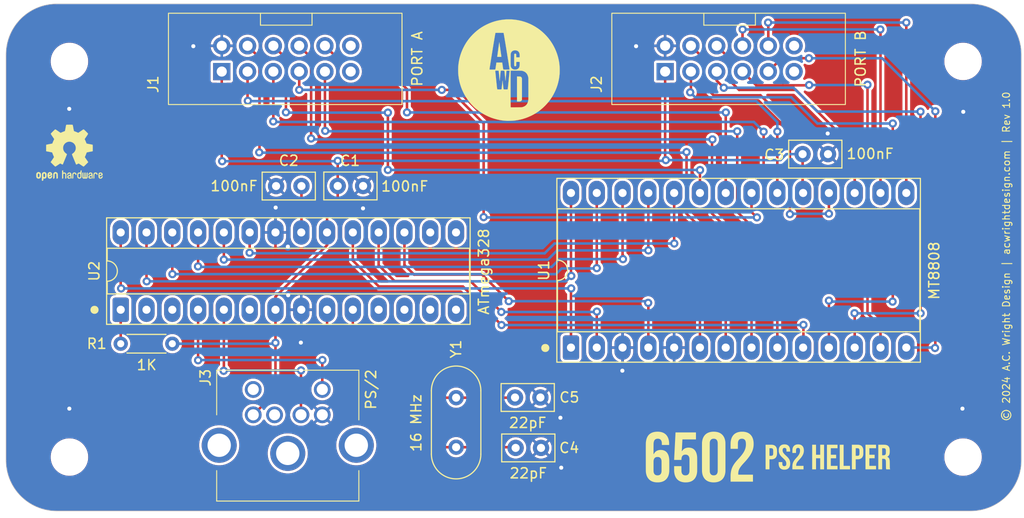
<source format=kicad_pcb>
(kicad_pcb (version 20241229) (generator "pcbnew") (generator_version "9.0")
  (title_block (title "6502 PS2 Helper") (date "2025-09-24") (rev "1.0") (company "A.C. Wright Design"))
  (layers (0 "F.Cu" signal "Top") (2 "B.Cu" signal "Bottom") (13 "F.Paste" user) (15 "B.Paste" user) (5 "F.SilkS" user "F.Silkscreen") (7 "B.SilkS" user "B.Silkscreen") (1 "F.Mask" user) (3 "B.Mask" user) (25 "Edge.Cuts" user))
  (net 0 "")
  (net 1 "GND")
  (net 2 "VCC")
  (net 3 "PB7")
  (net 4 "PB6")
  (net 5 "PB5")
  (net 6 "PB4")
  (net 7 "PB3")
  (net 8 "PB2")
  (net 9 "PB1")
  (net 10 "PB0")
  (net 11 "PA5")
  (net 13 "PA7")
  (net 14 "PA6")
  (net 15 "PA1")
  (net 16 "PA3")
  (net 18 "PA4")
  (net 19 "PA0")
  (net 20 "PA2")
  (net 23 "XTAL1")
  (net 24 "XTAL2")
  (net 26 "PS2DATA")
  (net 27 "PS2CLK")
  (net 29 "STROBE")
  (net 30 "AX0")
  (net 31 "DATA")
  (net 32 "AY1")
  (net 33 "AY0")
  (net 34 "RESET")
  (net 35 "AY2")
  (net 36 "AX2")
  (net 37 "AX1")
  (net 38 "Net-(U2-AREF)")
  (net 39 "Net-(U2-~{RESET}{slash}PC6)")
  (footprint "Symbol:OSHW-Logo2_7.3x6mm_SilkScreen" (layer "F.Cu") (at 71.3011 97.8136)
    (property "Reference" "REF**" (hide yes))
    (property "Value" "OSHW-Logo2_7.3x6mm_SilkScreen" (hide yes))
  )
  (footprint "6502 Parts:KMDGX-6S-BS" (layer "F.Cu") (at 94.1 123.65 180)
    (property "Reference" "J3" (at 9.4 3.66 90) (layer "F.SilkS"))
    (property "Value" "PS/2" (at -6.9 2.5 90) (layer "F.SilkS"))
    (pad "1" thru_hole circle (at 0 0 180) (size 1.65 1.65) (drill 1.1) (layers "*.Cu" "*.Mask") (net 26 "PS2DATA"))
    (pad "2" thru_hole circle (at 2.6 0 180) (size 1.65 1.65) (drill 1.1) (layers "*.Cu" "*.Mask"))
    (pad "3" thru_hole circle (at -2.1 0 180) (size 1.65 1.65) (drill 1.1) (layers "*.Cu" "*.Mask") (net 1 "GND"))
    (pad "4" thru_hole circle (at 4.7 0 180) (size 1.65 1.65) (drill 1.1) (layers "*.Cu" "*.Mask") (net 2 "VCC"))
    (pad "5" thru_hole circle (at -2.1 2.5 180) (size 1.65 1.65) (drill 1.1) (layers "*.Cu" "*.Mask") (net 27 "PS2CLK"))
    (pad "6" thru_hole circle (at 4.7 2.5 180) (size 1.65 1.65) (drill 1.1) (layers "*.Cu" "*.Mask"))
    (pad "MH1" thru_hole circle (at -5.45 -3 180) (size 3.45 3.45) (drill 2.3) (layers "*.Cu" "*.Mask"))
    (pad "MH2" thru_hole circle (at 1.3 -3.8 180) (size 3.45 3.45) (drill 2.3) (layers "*.Cu" "*.Mask"))
    (pad "MH3" thru_hole circle (at 8.05 -3 180) (size 3.45 3.45) (drill 2.3) (layers "*.Cu" "*.Mask"))
  )
  (footprint "Capacitor_THT:C_Disc_D5.0mm_W2.5mm_P2.50mm" (layer "F.Cu") (at 115.24 126.91)
    (property "Reference" "C4" (at 5.27 0 0) (layer "F.SilkS"))
    (property "Value" "22pF" (at 1.25 2.5 0) (layer "F.SilkS"))
    (pad "1" thru_hole circle (at 0 0) (size 1.6 1.6) (drill 0.8) (layers "*.Cu" "*.Mask") (net 23 "XTAL1"))
    (pad "2" thru_hole circle (at 2.5 0) (size 1.6 1.6) (drill 0.8) (layers "*.Cu" "*.Mask") (net 1 "GND"))
  )
  (footprint "Capacitor_THT:C_Disc_D5.0mm_W2.5mm_P2.50mm" (layer "F.Cu") (at 100.22 101.09 180)
    (property "Reference" "C1" (at 1.28 2.48 0) (layer "F.SilkS"))
    (property "Value" "100nF" (at -4.1 -0.04 0) (layer "F.SilkS"))
    (pad "1" thru_hole circle (at 0 0 180) (size 1.6 1.6) (drill 0.8) (layers "*.Cu" "*.Mask") (net 1 "GND"))
    (pad "2" thru_hole circle (at 2.5 0 180) (size 1.6 1.6) (drill 0.8) (layers "*.Cu" "*.Mask") (net 2 "VCC"))
  )
  (footprint "A.C. Wright Logo:A.C. Wright Logo 10mm" (layer "F.Cu") (at 114.58 89.67)
    (property "Reference" "G***" (hide yes))
    (property "Value" "LOGO" (hide yes))
  )
  (footprint "MountingHole:MountingHole_3.2mm_M3" (layer "F.Cu") (at 159.3011 88.8136)
    (property "Reference" "H2" (hide yes))
    (property "Value" "MountingHole" (hide yes))
    (pad "" np_thru_hole circle (at 0 0) (size 3.2 3.2) (drill 3.2) (layers "*.Cu" "*.Mask"))
  )
  (footprint "Package_DIP:DIP-28_W7.62mm_Socket_LongPads" (layer "F.Cu") (at 76.35 113.29 90)
    (property "Reference" "U2" (at 3.81 -2.6 90) (layer "F.SilkS"))
    (property "Value" "ATmega328" (at 3.76 35.76 90) (layer "F.SilkS"))
    (pad "1" thru_hole roundrect (at 0 0 90) (size 2.4 1.6) (drill 0.8) (layers "*.Cu" "*.Mask") (roundrect_rratio 0.15625) (net 39 "Net-(U2-~{RESET}{slash}PC6)"))
    (pad "2" thru_hole oval (at 0 2.54 90) (size 2.4 1.6) (drill 0.8) (layers "*.Cu" "*.Mask"))
    (pad "3" thru_hole oval (at 0 5.08 90) (size 2.4 1.6) (drill 0.8) (layers "*.Cu" "*.Mask"))
    (pad "4" thru_hole oval (at 0 7.62 90) (size 2.4 1.6) (drill 0.8) (layers "*.Cu" "*.Mask") (net 27 "PS2CLK"))
    (pad "5" thru_hole oval (at 0 10.16 90) (size 2.4 1.6) (drill 0.8) (layers "*.Cu" "*.Mask") (net 26 "PS2DATA"))
    (pad "6" thru_hole oval (at 0 12.7 90) (size 2.4 1.6) (drill 0.8) (layers "*.Cu" "*.Mask"))
    (pad "7" thru_hole oval (at 0 15.24 90) (size 2.4 1.6) (drill 0.8) (layers "*.Cu" "*.Mask") (net 2 "VCC"))
    (pad "8" thru_hole oval (at 0 17.78 90) (size 2.4 1.6) (drill 0.8) (layers "*.Cu" "*.Mask") (net 1 "GND"))
    (pad "9" thru_hole oval (at 0 20.32 90) (size 2.4 1.6) (drill 0.8) (layers "*.Cu" "*.Mask") (net 23 "XTAL1"))
    (pad "10" thru_hole oval (at 0 22.86 90) (size 2.4 1.6) (drill 0.8) (layers "*.Cu" "*.Mask") (net 24 "XTAL2"))
    (pad "11" thru_hole oval (at 0 25.4 90) (size 2.4 1.6) (drill 0.8) (layers "*.Cu" "*.Mask"))
    (pad "12" thru_hole oval (at 0 27.94 90) (size 2.4 1.6) (drill 0.8) (layers "*.Cu" "*.Mask"))
    (pad "13" thru_hole oval (at 0 30.48 90) (size 2.4 1.6) (drill 0.8) (layers "*.Cu" "*.Mask"))
    (pad "14" thru_hole oval (at 0 33.02 90) (size 2.4 1.6) (drill 0.8) (layers "*.Cu" "*.Mask"))
    (pad "15" thru_hole oval (at 7.62 33.02 90) (size 2.4 1.6) (drill 0.8) (layers "*.Cu" "*.Mask"))
    (pad "16" thru_hole oval (at 7.62 30.48 90) (size 2.4 1.6) (drill 0.8) (layers "*.Cu" "*.Mask"))
    (pad "17" thru_hole oval (at 7.62 27.94 90) (size 2.4 1.6) (drill 0.8) (layers "*.Cu" "*.Mask") (net 31 "DATA"))
    (pad "18" thru_hole oval (at 7.62 25.4 90) (size 2.4 1.6) (drill 0.8) (layers "*.Cu" "*.Mask") (net 29 "STROBE"))
    (pad "19" thru_hole oval (at 7.62 22.86 90) (size 2.4 1.6) (drill 0.8) (layers "*.Cu" "*.Mask") (net 34 "RESET"))
    (pad "20" thru_hole oval (at 7.62 20.32 90) (size 2.4 1.6) (drill 0.8) (layers "*.Cu" "*.Mask") (net 2 "VCC"))
    (pad "21" thru_hole oval (at 7.62 17.78 90) (size 2.4 1.6) (drill 0.8) (layers "*.Cu" "*.Mask") (net 38 "Net-(U2-AREF)"))
    (pad "22" thru_hole oval (at 7.62 15.24 90) (size 2.4 1.6) (drill 0.8) (layers "*.Cu" "*.Mask") (net 1 "GND"))
    (pad "23" thru_hole oval (at 7.62 12.7 90) (size 2.4 1.6) (drill 0.8) (layers "*.Cu" "*.Mask") (net 30 "AX0"))
    (pad "24" thru_hole oval (at 7.62 10.16 90) (size 2.4 1.6) (drill 0.8) (layers "*.Cu" "*.Mask") (net 37 "AX1"))
    (pad "25" thru_hole oval (at 7.62 7.62 90) (size 2.4 1.6) (drill 0.8) (layers "*.Cu" "*.Mask") (net 36 "AX2"))
    (pad "26" thru_hole oval (at 7.62 5.08 90) (size 2.4 1.6) (drill 0.8) (layers "*.Cu" "*.Mask") (net 33 "AY0"))
    (pad "27" thru_hole oval (at 7.62 2.54 90) (size 2.4 1.6) (drill 0.8) (layers "*.Cu" "*.Mask") (net 32 "AY1"))
    (pad "28" thru_hole oval (at 7.62 0 90) (size 2.4 1.6) (drill 0.8) (layers "*.Cu" "*.Mask") (net 35 "AY2"))
  )
  (footprint "6502 Parts:6502 GPIO Connector" (layer "F.Cu") (at 86.3011 89.8136 90)
    (property "Reference" "J1" (at -1.25 -6.75 90) (layer "F.SilkS"))
    (property "Value" "PORT A" (at 1.25 19.25 90) (layer "F.SilkS"))
    (pad "1" thru_hole rect (at 0 0 90) (size 1.7 1.7) (drill 1) (layers "*.Cu" "*.Mask") (net 2 "VCC"))
    (pad "2" thru_hole oval (at 2.54 0 90) (size 1.7 1.7) (drill 1) (layers "*.Cu" "*.Mask") (net 1 "GND"))
    (pad "3" thru_hole oval (at 0 2.54 90) (size 1.7 1.7) (drill 1) (layers "*.Cu" "*.Mask") (net 13 "PA7"))
    (pad "4" thru_hole oval (at 2.54 2.54 90) (size 1.7 1.7) (drill 1) (layers "*.Cu" "*.Mask") (net 19 "PA0"))
    (pad "5" thru_hole oval (at 0 5.08 90) (size 1.7 1.7) (drill 1) (layers "*.Cu" "*.Mask") (net 14 "PA6"))
    (pad "6" thru_hole oval (at 2.54 5.08 90) (size 1.7 1.7) (drill 1) (layers "*.Cu" "*.Mask") (net 15 "PA1"))
    (pad "7" thru_hole oval (at 0 7.62 90) (size 1.7 1.7) (drill 1) (layers "*.Cu" "*.Mask") (net 11 "PA5"))
    (pad "8" thru_hole oval (at 2.54 7.62 90) (size 1.7 1.7) (drill 1) (layers "*.Cu" "*.Mask") (net 20 "PA2"))
    (pad "9" thru_hole oval (at 0 10.16 90) (size 1.7 1.7) (drill 1) (layers "*.Cu" "*.Mask") (net 18 "PA4"))
    (pad "10" thru_hole oval (at 2.54 10.16 90) (size 1.7 1.7) (drill 1) (layers "*.Cu" "*.Mask") (net 16 "PA3"))
    (pad "11" thru_hole oval (at 0 12.7 90) (size 1.7 1.7) (drill 1) (layers "*.Cu" "*.Mask"))
    (pad "12" thru_hole oval (at 2.54 12.7 90) (size 1.7 1.7) (drill 1) (layers "*.Cu" "*.Mask"))
  )
  (footprint "6502 Logos:6502 PS2 Helper 5mm" (layer "F.Cu") (at 148.04315 127.809736)
    (property "Reference" "G***" (hide yes))
    (property "Value" "LOGO" (hide yes))
  )
  (footprint "MountingHole:MountingHole_3.2mm_M3" (layer "F.Cu") (at 159.3011 127.8136)
    (property "Reference" "H4" (hide yes))
    (property "Value" "MountingHole" (hide yes))
    (pad "" np_thru_hole circle (at 0 0) (size 3.2 3.2) (drill 3.2) (layers "*.Cu" "*.Mask"))
  )
  (footprint "6502 Parts:6502 GPIO Connector" (layer "F.Cu") (at 129.9611 89.8136 90)
    (property "Reference" "J2" (at -1.25 -6.75 90) (layer "F.SilkS"))
    (property "Value" "PORT B" (at 1.25 19.25 90) (layer "F.SilkS"))
    (pad "1" thru_hole rect (at 0 0 90) (size 1.7 1.7) (drill 1) (layers "*.Cu" "*.Mask") (net 2 "VCC"))
    (pad "2" thru_hole oval (at 2.54 0 90) (size 1.7 1.7) (drill 1) (layers "*.Cu" "*.Mask") (net 1 "GND"))
    (pad "3" thru_hole oval (at 0 2.54 90) (size 1.7 1.7) (drill 1) (layers "*.Cu" "*.Mask") (net 3 "PB7"))
    (pad "4" thru_hole oval (at 2.54 2.54 90) (size 1.7 1.7) (drill 1) (layers "*.Cu" "*.Mask") (net 10 "PB0"))
    (pad "5" thru_hole oval (at 0 5.08 90) (size 1.7 1.7) (drill 1) (layers "*.Cu" "*.Mask") (net 4 "PB6"))
    (pad "6" thru_hole oval (at 2.54 5.08 90) (size 1.7 1.7) (drill 1) (layers "*.Cu" "*.Mask") (net 9 "PB1"))
    (pad "7" thru_hole oval (at 0 7.62 90) (size 1.7 1.7) (drill 1) (layers "*.Cu" "*.Mask") (net 5 "PB5"))
    (pad "8" thru_hole oval (at 2.54 7.62 90) (size 1.7 1.7) (drill 1) (layers "*.Cu" "*.Mask") (net 8 "PB2"))
    (pad "9" thru_hole oval (at 0 10.16 90) (size 1.7 1.7) (drill 1) (layers "*.Cu" "*.Mask") (net 6 "PB4"))
    (pad "10" thru_hole oval (at 2.54 10.16 90) (size 1.7 1.7) (drill 1) (layers "*.Cu" "*.Mask") (net 7 "PB3"))
    (pad "11" thru_hole oval (at 0 12.7 90) (size 1.7 1.7) (drill 1) (layers "*.Cu" "*.Mask"))
    (pad "12" thru_hole oval (at 2.54 12.7 90) (size 1.7 1.7) (drill 1) (layers "*.Cu" "*.Mask"))
  )
  (footprint "MountingHole:MountingHole_3.2mm_M3" (layer "F.Cu") (at 71.3011 88.8136)
    (property "Reference" "H1" (hide yes))
    (property "Value" "MountingHole" (hide yes))
    (pad "" np_thru_hole circle (at 0 0) (size 3.2 3.2) (drill 3.2) (layers "*.Cu" "*.Mask"))
  )
  (footprint "Resistor_THT:R_Axial_DIN0204_L3.6mm_D1.6mm_P5.08mm_Horizontal" (layer "F.Cu") (at 76.35 116.64)
    (property "Reference" "R1" (at -2.36 0 0) (layer "F.SilkS"))
    (property "Value" "1K" (at 2.56 2.1 0) (layer "F.SilkS"))
    (pad "1" thru_hole circle (at 0 0) (size 1.4 1.4) (drill 0.7) (layers "*.Cu" "*.Mask") (net 39 "Net-(U2-~{RESET}{slash}PC6)"))
    (pad "2" thru_hole circle (at 5.08 0) (size 1.4 1.4) (drill 0.7) (layers "*.Cu" "*.Mask") (net 2 "VCC"))
  )
  (footprint "Capacitor_THT:C_Disc_D5.0mm_W2.5mm_P2.50mm" (layer "F.Cu") (at 143.5 97.95)
    (property "Reference" "C3" (at -2.79 0.06 0) (layer "F.SilkS"))
    (property "Value" "100nF" (at 6.65 -0.03 0) (layer "F.SilkS"))
    (pad "1" thru_hole circle (at 0 0) (size 1.6 1.6) (drill 0.8) (layers "*.Cu" "*.Mask") (net 2 "VCC"))
    (pad "2" thru_hole circle (at 2.5 0) (size 1.6 1.6) (drill 0.8) (layers "*.Cu" "*.Mask") (net 1 "GND"))
  )
  (footprint "Capacitor_THT:C_Disc_D5.0mm_W2.5mm_P2.50mm" (layer "F.Cu") (at 115.18 121.94)
    (property "Reference" "C5" (at 5.35 -0.01 0) (layer "F.SilkS"))
    (property "Value" "22pF" (at 1.25 2.5 0) (layer "F.SilkS"))
    (pad "1" thru_hole circle (at 0 0) (size 1.6 1.6) (drill 0.8) (layers "*.Cu" "*.Mask") (net 24 "XTAL2"))
    (pad "2" thru_hole circle (at 2.5 0) (size 1.6 1.6) (drill 0.8) (layers "*.Cu" "*.Mask") (net 1 "GND"))
  )
  (footprint "Capacitor_THT:C_Disc_D5.0mm_W2.5mm_P2.50mm" (layer "F.Cu") (at 91.65 101.1)
    (property "Reference" "C2" (at 1.25 -2.5 0) (layer "F.SilkS"))
    (property "Value" "100nF" (at -4.14 0 0) (layer "F.SilkS"))
    (pad "1" thru_hole circle (at 0 0) (size 1.6 1.6) (drill 0.8) (layers "*.Cu" "*.Mask") (net 1 "GND"))
    (pad "2" thru_hole circle (at 2.5 0) (size 1.6 1.6) (drill 0.8) (layers "*.Cu" "*.Mask") (net 38 "Net-(U2-AREF)"))
  )
  (footprint "Package_DIP:DIP-28_W15.24mm_Socket_LongPads" (layer "F.Cu") (at 120.69 117.02 90)
    (property "Reference" "U1" (at 7.6 -2.66 90) (layer "F.SilkS"))
    (property "Value" "MT8808" (at 7.58 35.77 90) (layer "F.SilkS"))
    (pad "1" thru_hole roundrect (at 0 0 90) (size 2.4 1.6) (drill 0.8) (layers "*.Cu" "*.Mask") (roundrect_rratio 0.15625) (net 35 "AY2"))
    (pad "2" thru_hole oval (at 0 2.54 90) (size 2.4 1.6) (drill 0.8) (layers "*.Cu" "*.Mask") (net 29 "STROBE"))
    (pad "3" thru_hole oval (at 0 5.08 90) (size 2.4 1.6) (drill 0.8) (layers "*.Cu" "*.Mask") (net 1 "GND"))
    (pad "4" thru_hole oval (at 0 7.62 90) (size 2.4 1.6) (drill 0.8) (layers "*.Cu" "*.Mask") (net 31 "DATA"))
    (pad "5" thru_hole oval (at 0 10.16 90) (size 2.4 1.6) (drill 0.8) (layers "*.Cu" "*.Mask") (net 1 "GND"))
    (pad "6" thru_hole oval (at 0 12.7 90) (size 2.4 1.6) (drill 0.8) (layers "*.Cu" "*.Mask") (net 19 "PA0"))
    (pad "7" thru_hole oval (at 0 15.24 90) (size 2.4 1.6) (drill 0.8) (layers "*.Cu" "*.Mask") (net 20 "PA2"))
    (pad "8" thru_hole oval (at 0 17.78 90) (size 2.4 1.6) (drill 0.8) (layers "*.Cu" "*.Mask") (net 18 "PA4"))
    (pad "9" thru_hole oval (at 0 20.32 90) (size 2.4 1.6) (drill 0.8) (layers "*.Cu" "*.Mask") (net 14 "PA6"))
    (pad "10" thru_hole oval (at 0 22.86 90) (size 2.4 1.6) (drill 0.8) (layers "*.Cu" "*.Mask") (net 34 "RESET"))
    (pad "11" thru_hole oval (at 0 25.4 90) (size 2.4 1.6) (drill 0.8) (layers "*.Cu" "*.Mask") (net 3 "PB7"))
    (pad "12" thru_hole oval (at 0 27.94 90) (size 2.4 1.6) (drill 0.8) (layers "*.Cu" "*.Mask") (net 4 "PB6"))
    (pad "13" thru_hole oval (at 0 30.48 90) (size 2.4 1.6) (drill 0.8) (layers "*.Cu" "*.Mask") (net 5 "PB5"))
    (pad "14" thru_hole oval (at 0 33.02 90) (size 2.4 1.6) (drill 0.8) (layers "*.Cu" "*.Mask") (net 6 "PB4"))
    (pad "15" thru_hole oval (at 15.24 33.02 90) (size 2.4 1.6) (drill 0.8) (layers "*.Cu" "*.Mask") (net 7 "PB3"))
    (pad "16" thru_hole oval (at 15.24 30.48 90) (size 2.4 1.6) (drill 0.8) (layers "*.Cu" "*.Mask") (net 8 "PB2"))
    (pad "17" thru_hole oval (at 15.24 27.94 90) (size 2.4 1.6) (drill 0.8) (layers "*.Cu" "*.Mask") (net 9 "PB1"))
    (pad "18" thru_hole oval (at 15.24 25.4 90) (size 2.4 1.6) (drill 0.8) (layers "*.Cu" "*.Mask") (net 10 "PB0"))
    (pad "19" thru_hole oval (at 15.24 22.86 90) (size 2.4 1.6) (drill 0.8) (layers "*.Cu" "*.Mask") (net 2 "VCC"))
    (pad "20" thru_hole oval (at 15.24 20.32 90) (size 2.4 1.6) (drill 0.8) (layers "*.Cu" "*.Mask") (net 13 "PA7"))
    (pad "21" thru_hole oval (at 15.24 17.78 90) (size 2.4 1.6) (drill 0.8) (layers "*.Cu" "*.Mask") (net 11 "PA5"))
    (pad "22" thru_hole oval (at 15.24 15.24 90) (size 2.4 1.6) (drill 0.8) (layers "*.Cu" "*.Mask") (net 16 "PA3"))
    (pad "23" thru_hole oval (at 15.24 12.7 90) (size 2.4 1.6) (drill 0.8) (layers "*.Cu" "*.Mask") (net 15 "PA1"))
    (pad "24" thru_hole oval (at 15.24 10.16 90) (size 2.4 1.6) (drill 0.8) (layers "*.Cu" "*.Mask") (net 30 "AX0"))
    (pad "25" thru_hole oval (at 15.24 7.62 90) (size 2.4 1.6) (drill 0.8) (layers "*.Cu" "*.Mask") (net 37 "AX1"))
    (pad "26" thru_hole oval (at 15.24 5.08 90) (size 2.4 1.6) (drill 0.8) (layers "*.Cu" "*.Mask") (net 36 "AX2"))
    (pad "27" thru_hole oval (at 15.24 2.54 90) (size 2.4 1.6) (drill 0.8) (layers "*.Cu" "*.Mask") (net 33 "AY0"))
    (pad "28" thru_hole oval (at 15.24 0 90) (size 2.4 1.6) (drill 0.8) (layers "*.Cu" "*.Mask") (net 32 "AY1"))
  )
  (footprint "MountingHole:MountingHole_3.2mm_M3" (layer "F.Cu") (at 71.3011 127.8136)
    (property "Reference" "H3" (hide yes))
    (property "Value" "MountingHole" (hide yes))
    (pad "" np_thru_hole circle (at 0 0) (size 3.2 3.2) (drill 3.2) (layers "*.Cu" "*.Mask"))
  )
  (footprint "Crystal:Crystal_HC49-U_Vertical" (layer "F.Cu") (at 109.38 121.96 -90)
    (property "Reference" "Y1" (at -4.8 0.01 90) (layer "F.SilkS"))
    (property "Value" "16 MHz" (at 2.5 3.93 90) (layer "F.SilkS"))
    (pad "1" thru_hole circle (at 0 0 270) (size 1.5 1.5) (drill 0.8) (layers "*.Cu" "*.Mask") (net 24 "XTAL2"))
    (pad "2" thru_hole circle (at 4.88 0 270) (size 1.5 1.5) (drill 0.8) (layers "*.Cu" "*.Mask") (net 23 "XTAL1"))
  )
  (gr_circle (center 118.16 117.06) (end 118.36 117.06) (stroke (width 0.4)) (fill no) (layer "F.SilkS"))
  (gr_circle (center 73.77 113.3) (end 73.97 113.3) (stroke (width 0.4)) (fill no) (layer "F.SilkS"))
  (gr_line (start 132.8472 133.1342) (end 160.0472 133.1342) (stroke (width 0.05)) (layer "Edge.Cuts"))
  (gr_arc (start 70.0472 133.1342) (mid 66.511666 131.669734) (end 65.0472 128.1342) (stroke (width 0.05)) (layer "Edge.Cuts"))
  (gr_line (start 165.0472 128.1342) (end 165.0472 88.1342) (stroke (width 0.05)) (layer "Edge.Cuts"))
  (gr_line (start 70.0472 133.1342) (end 132.8472 133.1342) (stroke (width 0.05)) (layer "Edge.Cuts"))
  (gr_line (start 65.0472 88.1342) (end 65.0472 128.1342) (stroke (width 0.05)) (layer "Edge.Cuts"))
  (gr_arc (start 65.0472 88.1342) (mid 66.511666 84.598666) (end 70.0472 83.1342) (stroke (width 0.05)) (layer "Edge.Cuts"))
  (gr_line (start 160.0472 83.1342) (end 70.0472 83.1342) (stroke (width 0.05)) (layer "Edge.Cuts"))
  (gr_arc (start 160.0472 83.1342) (mid 163.582734 84.598666) (end 165.0472 88.1342) (stroke (width 0.05)) (layer "Edge.Cuts"))
  (gr_arc (start 165.0472 128.1342) (mid 163.582734 131.669734) (end 160.0472 133.1342) (stroke (width 0.05)) (layer "Edge.Cuts"))
  (gr_text "© 2024 A.C. Wright Design | acwrightdesign.com | Rev 1.0" (at 163.56 108.04 90) (layer "F.SilkS") (effects (font (size 0.7 0.7) (thickness 0.1))))
  (via (at 119.73 128.86) (size 0.8) (drill 0.4) (layers "F.Cu" "B.Cu") (net 1))
  (via (at 71.29 123.04) (size 0.8) (drill 0.4) (layers "F.Cu" "B.Cu") (net 1))
  (via (at 92.84 111.86) (size 0.8) (drill 0.4) (layers "F.Cu" "B.Cu") (net 1))
  (via (at 92.81 107.07) (size 0.8) (drill 0.4) (layers "F.Cu" "B.Cu") (net 1))
  (via (at 71.28 93.49) (size 0.8) (drill 0.4) (layers "F.Cu" "B.Cu") (net 1))
  (via (at 94.09 116.53) (size 0.8) (drill 0.4) (layers "F.Cu" "B.Cu") (net 1))
  (via (at 100.21 103.3) (size 0.8) (drill 0.4) (layers "F.Cu" "B.Cu") (net 1))
  (via (at 127.1011 87.3136) (size 0.8) (drill 0.4) (layers "F.Cu" "B.Cu") (net 1))
  (via (at 91.61 103.22) (size 0.8) (drill 0.4) (layers "F.Cu" "B.Cu") (net 1))
  (via (at 83.5011 87.3136) (size 0.8) (drill 0.4) (layers "F.Cu" "B.Cu") (net 1))
  (via (at 125.75 119.3) (size 0.8) (drill 0.4) (layers "F.Cu" "B.Cu") (net 1))
  (via (at 159.32 93.78) (size 0.8) (drill 0.4) (layers "F.Cu" "B.Cu") (net 1))
  (via (at 119.65 123.94) (size 0.8) (drill 0.4) (layers "F.Cu" "B.Cu") (net 1))
  (via (at 145.97 95.92) (size 0.8) (drill 0.4) (layers "F.Cu" "B.Cu") (net 1))
  (via (at 159.24 123.04) (size 0.8) (drill 0.4) (layers "F.Cu" "B.Cu") (net 1))
  (segment (start 97.72 102.97) (end 97.72 101.09) (width 0.25) (layer "F.Cu") (net 2))
  (segment (start 143.5 101.73) (end 143.55 101.78) (width 0.25) (layer "F.Cu") (net 2))
  (segment (start 86.3011 89.8136) (end 86.3011 98.6111) (width 0.25) (layer "F.Cu") (net 2))
  (segment (start 130.03 98.54) (end 129.9611 98.4711) (width 0.25) (layer "F.Cu") (net 2))
  (segment (start 91.59 121.46) (end 91.59 116.55) (width 0.25) (layer "F.Cu") (net 2))
  (segment (start 97.72 98.61) (end 97.72 101.09) (width 0.25) (layer "F.Cu") (net 2))
  (segment (start 91.59 112.01) (end 96.67 106.93) (width 0.25) (layer "F.Cu") (net 2))
  (segment (start 91.59 113.29) (end 91.59 112.01) (width 0.25) (layer "F.Cu") (net 2))
  (segment (start 96.67 105.67) (end 96.67 104.02) (width 0.25) (layer "F.Cu") (net 2))
  (segment (start 96.67 106.93) (end 96.67 105.67) (width 0.25) (layer "F.Cu") (net 2))
  (segment (start 89.4 123.65) (end 91.59 121.46) (width 0.25) (layer "F.Cu") (net 2))
  (segment (start 91.59 116.55) (end 91.59 113.29) (width 0.25) (layer "F.Cu") (net 2))
  (segment (start 143.5 97.95) (end 143.5 101.73) (width 0.25) (layer "F.Cu") (net 2))
  (segment (start 129.9611 98.4711) (end 129.9611 89.8136) (width 0.25) (layer "F.Cu") (net 2))
  (segment (start 86.3011 98.6111) (end 86.34 98.65) (width 0.25) (layer "F.Cu") (net 2))
  (segment (start 96.67 104.02) (end 97.72 102.97) (width 0.25) (layer "F.Cu") (net 2))
  (via (at 130.03 98.54) (size 0.8) (drill 0.4) (layers "F.Cu" "B.Cu") (net 2))
  (via (at 97.72 98.61) (size 0.8) (drill 0.4) (layers "F.Cu" "B.Cu") (net 2))
  (via (at 86.34 98.65) (size 0.8) (drill 0.4) (layers "F.Cu" "B.Cu") (net 2))
  (via (at 91.59 116.55) (size 0.8) (drill 0.4) (layers "F.Cu" "B.Cu") (net 2))
  (segment (start 86.34 98.65) (end 97.68 98.65) (width 0.25) (layer "B.Cu") (net 2))
  (segment (start 81.43 116.64) (end 91.5 116.64) (width 0.25) (layer "B.Cu") (net 2))
  (segment (start 141.32 98.54) (end 141.91 97.95) (width 0.25) (layer "B.Cu") (net 2))
  (segment (start 130.03 98.54) (end 141.32 98.54) (width 0.25) (layer "B.Cu") (net 2))
  (segment (start 91.5 116.64) (end 91.59 116.55) (width 0.25) (layer "B.Cu") (net 2))
  (segment (start 129.96 98.61) (end 130.03 98.54) (width 0.25) (layer "B.Cu") (net 2))
  (segment (start 141.91 97.95) (end 143.5 97.95) (width 0.25) (layer "B.Cu") (net 2))
  (segment (start 97.68 98.65) (end 97.72 98.61) (width 0.25) (layer "B.Cu") (net 2))
  (segment (start 97.72 98.61) (end 129.96 98.61) (width 0.25) (layer "B.Cu") (net 2))
  (segment (start 146.09 112.39) (end 146.09 117.02) (width 0.25) (layer "F.Cu") (net 3))
  (segment (start 132.5011 91.7889) (end 132.43 91.86) (width 0.25) (layer "F.Cu") (net 3))
  (segment (start 132.5011 89.8136) (end 132.5011 91.7889) (width 0.25) (layer "F.Cu") (net 3))
  (segment (start 152.38 94.93) (end 152.38 112.47) (width 0.25) (layer "F.Cu") (net 3))
  (segment (start 152.38 112.47) (end 152.36 112.49) (width 0.25) (layer "F.Cu") (net 3))
  (via (at 152.38 94.93) (size 0.8) (drill 0.4) (layers "F.Cu" "B.Cu") (net 3))
  (via (at 146.09 112.39) (size 0.8) (drill 0.4) (layers "F.Cu" "B.Cu") (net 3))
  (via (at 152.36 112.49) (size 0.8) (drill 0.4) (layers "F.Cu" "B.Cu") (net 3))
  (via (at 132.43 91.86) (size 0.8) (drill 0.4) (layers "F.Cu" "B.Cu") (net 3))
  (segment (start 142.382 92.352) (end 144.32 94.29) (width 0.25) (layer "B.Cu") (net 3))
  (segment (start 144.32 94.29) (end 144.96 94.93) (width 0.25) (layer "B.Cu") (net 3))
  (segment (start 144.96 94.93) (end 152.38 94.93) (width 0.25) (layer "B.Cu") (net 3))
  (segment (start 152.36 112.49) (end 146.19 112.49) (width 0.25) (layer "B.Cu") (net 3))
  (segment (start 132.922 92.352) (end 142.382 92.352) (width 0.25) (layer "B.Cu") (net 3))
  (segment (start 146.19 112.49) (end 146.09 112.39) (width 0.25) (layer "B.Cu") (net 3))
  (segment (start 132.43 91.86) (end 132.922 92.352) (width 0.25) (layer "B.Cu") (net 3))
  (segment (start 155.11 113.63) (end 155.12 113.64) (width 0.25) (layer "F.Cu") (net 4))
  (segment (start 155.11 93.76) (end 155.11 113.63) (width 0.25) (layer "F.Cu") (net 4))
  (segment (start 135.0411 90.7111) (end 135.74 91.41) (width 0.25) (layer "F.Cu") (net 4))
  (segment (start 148.63 113.65) (end 148.63 117.02) (width 0.25) (layer "F.Cu") (net 4))
  (segment (start 148.61 113.63) (end 148.63 113.65) (width 0.25) (layer "F.Cu") (net 4))
  (segment (start 135.0411 89.8136) (end 135.0411 90.7111) (width 0.25) (layer "F.Cu") (net 4))
  (via (at 148.61 113.63) (size 0.8) (drill 0.4) (layers "F.Cu" "B.Cu") (net 4))
  (via (at 155.11 93.76) (size 0.8) (drill 0.4) (layers "F.Cu" "B.Cu") (net 4))
  (via (at 155.12 113.64) (size 0.8) (drill 0.4) (layers "F.Cu" "B.Cu") (net 4))
  (via (at 135.74 91.41) (size 0.8) (drill 0.4) (layers "F.Cu" "B.Cu") (net 4))
  (segment (start 144.96 93.76) (end 155.11 93.76) (width 0.25) (layer "B.Cu") (net 4))
  (segment (start 148.62 113.64) (end 148.61 113.63) (width 0.25) (layer "B.Cu") (net 4))
  (segment (start 155.12 113.64) (end 148.62 113.64) (width 0.25) (layer "B.Cu") (net 4))
  (segment (start 135.74 91.41) (end 142.61 91.41) (width 0.25) (layer "B.Cu") (net 4))
  (segment (start 143.93 92.73) (end 144.96 93.76) (width 0.25) (layer "B.Cu") (net 4))
  (segment (start 142.61 91.41) (end 143.93 92.73) (width 0.25) (layer "B.Cu") (net 4))
  (segment (start 144.11 91.17) (end 144.14 91.14) (width 0.25) (layer "F.Cu") (net 5))
  (segment (start 149.89 113.65) (end 151.17 114.93) (width 0.25) (layer "F.Cu") (net 5))
  (segment (start 149.89 91.11) (end 149.89 113.65) (width 0.25) (layer "F.Cu") (net 5))
  (segment (start 137.5811 89.8136) (end 138.9375 91.17) (width 0.25) (layer "F.Cu") (net 5))
  (segment (start 151.17 114.93) (end 151.17 117.02) (width 0.25) (layer "F.Cu") (net 5))
  (segment (start 138.9375 91.17) (end 141.56 91.17) (width 0.25) (layer "F.Cu") (net 5))
  (segment (start 141.56 91.17) (end 144.11 91.17) (width 0.25) (layer "F.Cu") (net 5))
  (via (at 144.14 91.14) (size 0.8) (drill 0.4) (layers "F.Cu" "B.Cu") (net 5))
  (via (at 149.89 91.11) (size 0.8) (drill 0.4) (layers "F.Cu" "B.Cu") (net 5))
  (segment (start 144.14 91.14) (end 149.86 91.14) (width 0.25) (layer "B.Cu") (net 5))
  (segment (start 149.86 91.14) (end 149.89 91.11) (width 0.25) (layer "B.Cu") (net 5))
  (segment (start 156.57 93.73) (end 156.57 117.03) (width 0.25) (layer "F.Cu") (net 6))
  (segment (start 143.36 88.5) (end 144.12 88.5) (width 0.25) (layer "F.Cu") (net 6))
  (segment (start 141.4347 88.5) (end 143.36 88.5) (width 0.25) (layer "F.Cu") (net 6))
  (segment (start 140.1211 89.8136) (end 141.4347 88.5) (width 0.25) (layer "F.Cu") (net 6))
  (segment (start 156.57 117.03) (end 156.54 117.06) (width 0.25) (layer "F.Cu") (net 6))
  (via (at 144.12 88.5) (size 0.8) (drill 0.4) (layers "F.Cu" "B.Cu") (net 6))
  (via (at 156.57 93.73) (size 0.8) (drill 0.4) (layers "F.Cu" "B.Cu") (net 6))
  (via (at 156.54 117.06) (size 0.8) (drill 0.4) (layers "F.Cu" "B.Cu") (net 6))
  (segment (start 156.5 117.02) (end 153.71 117.02) (width 0.25) (layer "B.Cu") (net 6))
  (segment (start 151.34 88.5) (end 156.57 93.73) (width 0.25) (layer "B.Cu") (net 6))
  (segment (start 144.12 88.5) (end 151.34 88.5) (width 0.25) (layer "B.Cu") (net 6))
  (segment (start 156.54 117.06) (end 156.5 117.02) (width 0.25) (layer "B.Cu") (net 6))
  (segment (start 140.1211 85.0011) (end 140.1 84.98) (width 0.25) (layer "F.Cu") (net 7))
  (segment (start 153.71 84.98) (end 153.71 101.78) (width 0.25) (layer "F.Cu") (net 7))
  (segment (start 140.1211 87.2736) (end 140.1211 85.0011) (width 0.25) (layer "F.Cu") (net 7))
  (via (at 153.71 84.98) (size 0.8) (drill 0.4) (layers "F.Cu" "B.Cu") (net 7))
  (via (at 140.1 84.98) (size 0.8) (drill 0.4) (layers "F.Cu" "B.Cu") (net 7))
  (segment (start 140.1 84.98) (end 153.71 84.98) (width 0.25) (layer "B.Cu") (net 7))
  (segment (start 137.5811 85.6689) (end 137.59 85.66) (width 0.25) (layer "F.Cu") (net 8))
  (segment (start 151.17 85.68) (end 151.17 101.78) (width 0.25) (layer "F.Cu") (net 8))
  (segment (start 137.5811 87.2736) (end 137.5811 85.6689) (width 0.25) (layer "F.Cu") (net 8))
  (segment (start 151.15 85.66) (end 151.17 85.68) (width 0.25) (layer "F.Cu") (net 8))
  (via (at 137.59 85.66) (size 0.8) (drill 0.4) (layers "F.Cu" "B.Cu") (net 8))
  (via (at 151.15 85.66) (size 0.8) (drill 0.4) (layers "F.Cu" "B.Cu") (net 8))
  (segment (start 137.59 85.66) (end 151.15 85.66) (width 0.25) (layer "B.Cu") (net 8))
  (segment (start 136.31 88.5425) (end 136.31 90.69) (width 0.25) (layer "F.Cu") (net 9))
  (segment (start 142.83 91.62) (end 148.63 97.42) (width 0.25) (layer "F.Cu") (net 9))
  (segment (start 136.31 90.69) (end 137.24 91.62) (width 0.25) (layer "F.Cu") (net 9))
  (segment (start 148.63 97.42) (end 148.63 101.78) (width 0.25) (layer "F.Cu") (net 9))
  (segment (start 135.0411 87.2736) (end 136.31 88.5425) (width 0.25) (layer "F.Cu") (net 9))
  (segment (start 137.24 91.62) (end 142.83 91.62) (width 0.25) (layer "F.Cu") (net 9))
  (segment (start 142.25 95.05) (end 139.35 92.15) (width 0.25) (layer "F.Cu") (net 10))
  (segment (start 146.09 101.78) (end 146.09 103.83) (width 0.25) (layer "F.Cu") (net 10))
  (segment (start 133.76 91.18) (end 133.76 88.5325) (width 0.25) (layer "F.Cu") (net 10))
  (segment (start 134.73 92.15) (end 133.76 91.18) (width 0.25) (layer "F.Cu") (net 10))
  (segment (start 139.35 92.15) (end 134.73 92.15) (width 0.25) (layer "F.Cu") (net 10))
  (segment (start 142.25 103.87) (end 142.25 95.05) (width 0.25) (layer "F.Cu") (net 10))
  (segment (start 133.76 88.5325) (end 132.5011 87.2736) (width 0.25) (layer "F.Cu") (net 10))
  (via (at 146.09 103.83) (size 0.8) (drill 0.4) (layers "F.Cu" "B.Cu") (net 10))
  (via (at 142.25 103.87) (size 0.8) (drill 0.4) (layers "F.Cu" "B.Cu") (net 10))
  (segment (start 146.09 103.83) (end 142.29 103.83) (width 0.25) (layer "B.Cu") (net 10))
  (segment (start 142.29 103.83) (end 142.25 103.87) (width 0.25) (layer "B.Cu") (net 10))
  (segment (start 108.78 91.62) (end 112.09 94.93) (width 0.25) (layer "F.Cu") (net 11))
  (segment (start 138.47 101.78) (end 138.47 103.66) (width 0.25) (layer "F.Cu") (net 11))
  (segment (start 107.97 91.62) (end 108.78 91.62) (width 0.25) (layer "F.Cu") (net 11))
  (segment (start 93.93 91.62) (end 93.93 89.8225) (width 0.25) (layer "F.Cu") (net 11))
  (segment (start 138.47 103.66) (end 139 104.19) (width 0.25) (layer "F.Cu") (net 11))
  (segment (start 112.09 94.93) (end 112.09 104.16) (width 0.25) (layer "F.Cu") (net 11))
  (segment (start 93.93 89.8225) (end 93.9211 89.8136) (width 0.25) (layer "F.Cu") (net 11))
  (via (at 112.09 104.16) (size 0.8) (drill 0.4) (layers "F.Cu" "B.Cu") (net 11))
  (via (at 139 104.19) (size 0.8) (drill 0.4) (layers "F.Cu" "B.Cu") (net 11))
  (via (at 93.93 91.62) (size 0.8) (drill 0.4) (layers "F.Cu" "B.Cu") (net 11))
  (via (at 107.97 91.62) (size 0.8) (drill 0.4) (layers "F.Cu" "B.Cu") (net 11))
  (segment (start 112.12 104.19) (end 112.09 104.16) (width 0.25) (layer "B.Cu") (net 11))
  (segment (start 139 104.19) (end 112.12 104.19) (width 0.25) (layer "B.Cu") (net 11))
  (segment (start 107.97 91.62) (end 93.93 91.62) (width 0.25) (layer "B.Cu") (net 11))
  (segment (start 141.01 101.78) (end 141.01 95.72) (width 0.25) (layer "F.Cu") (net 13))
  (segment (start 88.8411 92.6711) (end 88.8411 89.8136) (width 0.25) (layer "F.Cu") (net 13))
  (segment (start 88.87 92.7) (end 88.8411 92.6711) (width 0.25) (layer "F.Cu") (net 13))
  (via (at 88.87 92.7) (size 0.8) (drill 0.4) (layers "F.Cu" "B.Cu") (net 13))
  (via (at 141.01 95.72) (size 0.8) (drill 0.4) (layers "F.Cu" "B.Cu") (net 13))
  (segment (start 141.01 95.72) (end 141.01 94.8) (width 0.25) (layer "B.Cu") (net 13))
  (segment (start 141.01 94.8) (end 138.94 92.73) (width 0.25) (layer "B.Cu") (net 13))
  (segment (start 88.9 92.73) (end 88.87 92.7) (width 0.25) (layer "B.Cu") (net 13))
  (segment (start 138.94 92.73) (end 88.9 92.73) (width 0.25) (layer "B.Cu") (net 13))
  (segment (start 141.01 104.86) (end 141.01 117.02) (width 0.25) (layer "F.Cu") (net 14))
  (segment (start 91.3811 94.7189) (end 91.3811 89.8136) (width 0.25) (layer "F.Cu") (net 14))
  (segment (start 139.66 103.51) (end 141.01 104.86) (width 0.25) (layer "F.Cu") (net 14))
  (segment (start 91.37 94.73) (end 91.3811 94.7189) (width 0.25) (layer "F.Cu") (net 14))
  (segment (start 139.66 103.51) (end 139.66 95.74) (width 0.25) (layer "F.Cu") (net 14))
  (via (at 91.37 94.73) (size 0.8) (drill 0.4) (layers "F.Cu" "B.Cu") (net 14))
  (via (at 139.66 95.74) (size 0.8) (drill 0.4) (layers "F.Cu" "B.Cu") (net 14))
  (segment (start 139.66 95.74) (end 138.7 94.78) (width 0.25) (layer "B.Cu") (net 14))
  (segment (start 138.7 94.78) (end 91.42 94.78) (width 0.25) (layer "B.Cu") (net 14))
  (segment (start 91.42 94.78) (end 91.37 94.73) (width 0.25) (layer "B.Cu") (net 14))
  (segment (start 92.62 93.83) (end 92.62 88.5125) (width 0.25) (layer "F.Cu") (net 15))
  (segment (start 92.62 88.5125) (end 91.3811 87.2736) (width 0.25) (layer "F.Cu") (net 15))
  (segment (start 133.39 99.53) (end 133.4 99.52) (width 0.25) (layer "F.Cu") (net 15))
  (segment (start 102.66 99.51) (end 102.66 93.86) (width 0.25) (layer "F.Cu") (net 15))
  (segment (start 133.39 101.78) (end 133.39 99.53) (width 0.25) (layer "F.Cu") (net 15))
  (via (at 92.62 93.83) (size 0.8) (drill 0.4) (layers "F.Cu" "B.Cu") (net 15))
  (via (at 133.4 99.52) (size 0.8) (drill 0.4) (layers "F.Cu" "B.Cu") (net 15))
  (via (at 102.66 93.86) (size 0.8) (drill 0.4) (layers "F.Cu" "B.Cu") (net 15))
  (via (at 102.66 99.51) (size 0.8) (drill 0.4) (layers "F.Cu" "B.Cu") (net 15))
  (segment (start 133.4 99.52) (end 133.39 99.51) (width 0.25) (layer "B.Cu") (net 15))
  (segment (start 133.39 99.51) (end 102.66 99.51) (width 0.25) (layer "B.Cu") (net 15))
  (segment (start 92.65 93.86) (end 92.62 93.83) (width 0.25) (layer "B.Cu") (net 15))
  (segment (start 102.66 93.86) (end 92.65 93.86) (width 0.25) (layer "B.Cu") (net 15))
  (segment (start 97.7375 88.55) (end 96.4611 87.2736) (width 0.25) (layer "F.Cu") (net 16))
  (segment (start 104.54 93.84) (end 104.54 91.55) (width 0.25) (layer "F.Cu") (net 16))
  (segment (start 135.93 93.85) (end 135.94 93.84) (width 0.25) (layer "F.Cu") (net 16))
  (segment (start 104.54 91.55) (end 101.54 88.55) (width 0.25) (layer "F.Cu") (net 16))
  (segment (start 101.54 88.55) (end 97.7375 88.55) (width 0.25) (layer "F.Cu") (net 16))
  (segment (start 135.93 101.78) (end 135.93 93.85) (width 0.25) (layer "F.Cu") (net 16))
  (via (at 135.94 93.84) (size 0.8) (drill 0.4) (layers "F.Cu" "B.Cu") (net 16))
  (via (at 104.54 93.84) (size 0.8) (drill 0.4) (layers "F.Cu" "B.Cu") (net 16))
  (segment (start 135.94 93.84) (end 104.54 93.84) (width 0.25) (layer "B.Cu") (net 16))
  (segment (start 138.47 105.05) (end 137.1 103.68) (width 0.25) (layer "F.Cu") (net 18))
  (segment (start 137.1 103.68) (end 137.06 103.64) (width 0.25) (layer "F.Cu") (net 18))
  (segment (start 137.06 103.64) (end 137.06 95.7) (width 0.25) (layer "F.Cu") (net 18))
  (segment (start 96.4611 95.6311) (end 96.4611 89.8136) (width 0.25) (layer "F.Cu") (net 18))
  (segment (start 138.47 117.02) (end 138.47 105.05) (width 0.25) (layer "F.Cu") (net 18))
  (segment (start 96.49 95.66) (end 96.4611 95.6311) (width 0.25) (layer "F.Cu") (net 18))
  (via (at 137.06 95.7) (size 0.8) (drill 0.4) (layers "F.Cu" "B.Cu") (net 18))
  (via (at 96.49 95.66) (size 0.8) (drill 0.4) (layers "F.Cu" "B.Cu") (net 18))
  (segment (start 96.53 95.7) (end 96.49 95.66) (width 0.25) (layer "B.Cu") (net 18))
  (segment (start 137.06 95.7) (end 96.53 95.7) (width 0.25) (layer "B.Cu") (net 18))
  (segment (start 90.0171 97.4229) (end 90.0171 88.4496) (width 0.25) (layer "F.Cu") (net 19))
  (segment (start 133.39 105.15) (end 133.39 117.02) (width 0.25) (layer "F.Cu") (net 19))
  (segment (start 89.99 97.45) (end 90.0171 97.4229) (width 0.25) (layer "F.Cu") (net 19))
  (segment (start 90.0171 88.4496) (end 88.8411 87.2736) (width 0.25) (layer "F.Cu") (net 19))
  (segment (start 89.99 97.78) (end 89.99 97.45) (width 0.25) (layer "F.Cu") (net 19))
  (segment (start 132.07 97.75) (end 132.07 103.83) (width 0.25) (layer "F.Cu") (net 19))
  (segment (start 132.07 103.83) (end 133.39 105.15) (width 0.25) (layer "F.Cu") (net 19))
  (via (at 132.07 97.75) (size 0.8) (drill 0.4) (layers "F.Cu" "B.Cu") (net 19))
  (via (at 89.99 97.78) (size 0.8) (drill 0.4) (layers "F.Cu" "B.Cu") (net 19))
  (segment (start 90.3 97.78) (end 89.99 97.78) (width 0.25) (layer "B.Cu") (net 19))
  (segment (start 131.71 97.81) (end 90.33 97.81) (width 0.25) (layer "B.Cu") (net 19))
  (segment (start 131.77 97.75) (end 131.71 97.81) (width 0.25) (layer "B.Cu") (net 19))
  (segment (start 90.33 97.81) (end 90.3 97.78) (width 0.25) (layer "B.Cu") (net 19))
  (segment (start 132.07 97.75) (end 131.77 97.75) (width 0.25) (layer "B.Cu") (net 19))
  (segment (start 134.58 96.54) (end 134.62 96.5) (width 0.25) (layer "F.Cu") (net 20))
  (segment (start 134.58 103.81) (end 134.58 96.54) (width 0.25) (layer "F.Cu") (net 20))
  (segment (start 135.93 105.16) (end 134.58 103.81) (width 0.25) (layer "F.Cu") (net 20))
  (segment (start 95.1 88.4525) (end 93.9211 87.2736) (width 0.25) (layer "F.Cu") (net 20))
  (segment (start 135.93 117.02) (end 135.93 105.16) (width 0.25) (layer "F.Cu") (net 20))
  (segment (start 95.1 96.41) (end 95.1 88.4525) (width 0.25) (layer "F.Cu") (net 20))
  (via (at 134.62 96.5) (size 0.8) (drill 0.4) (layers "F.Cu" "B.Cu") (net 20))
  (via (at 95.1 96.41) (size 0.8) (drill 0.4) (layers "F.Cu" "B.Cu") (net 20))
  (segment (start 95.19 96.5) (end 95.1 96.41) (width 0.25) (layer "B.Cu") (net 20))
  (segment (start 134.62 96.5) (end 95.19 96.5) (width 0.25) (layer "B.Cu") (net 20))
  (segment (start 115.17 126.84) (end 115.24 126.91) (width 0.25) (layer "F.Cu") (net 23))
  (segment (start 98.31 119.09) (end 98.36 119.04) (width 0.25) (layer "F.Cu") (net 23))
  (segment (start 106.05 126.84) (end 106.05 126.83) (width 0.25) (layer "F.Cu") (net 23))
  (segment (start 109.38 126.84) (end 106.05 126.84) (width 0.25) (layer "F.Cu") (net 23))
  (segment (start 106.05 126.83) (end 98.31 119.09) (width 0.25) (layer "F.Cu") (net 23))
  (segment (start 96.67 114.87) (end 96.67 113.29) (width 0.25) (layer "F.Cu") (net 23))
  (segment (start 98.36 119.04) (end 98.36 116.58) (width 0.25) (layer "F.Cu") (net 23))
  (segment (start 98.36 116.58) (end 96.7 114.92) (width 0.25) (layer "F.Cu") (net 23))
  (segment (start 109.38 126.84) (end 115.17 126.84) (width 0.25) (layer "F.Cu") (net 23))
  (segment (start 96.7 114.9) (end 96.67 114.87) (width 0.25) (layer "F.Cu") (net 23))
  (segment (start 96.7 114.92) (end 96.7 114.9) (width 0.25) (layer "F.Cu") (net 23))
  (segment (start 106.18 121.96) (end 109.38 121.96) (width 0.25) (layer "F.Cu") (net 24))
  (segment (start 99.21 114.99) (end 106.18 121.96) (width 0.25) (layer "F.Cu") (net 24))
  (segment (start 109.38 121.96) (end 115.16 121.96) (width 0.25) (layer "F.Cu") (net 24))
  (segment (start 99.21 113.29) (end 99.21 114.99) (width 0.25) (layer "F.Cu") (net 24))
  (segment (start 115.16 121.96) (end 115.18 121.94) (width 0.25) (layer "F.Cu") (net 24))
  (segment (start 94.1 123.65) (end 94.1 119.28) (width 0.25) (layer "F.Cu") (net 26))
  (segment (start 86.49 119.31) (end 86.51 119.29) (width 0.25) (layer "F.Cu") (net 26))
  (segment (start 94.1 119.28) (end 94.11 119.27) (width 0.25) (layer "F.Cu") (net 26))
  (segment (start 86.51 119.29) (end 86.51 113.29) (width 0.25) (layer "F.Cu") (net 26))
  (via (at 86.49 119.31) (size 0.8) (drill 0.4) (layers "F.Cu" "B.Cu") (net 26))
  (via (at 94.11 119.27) (size 0.8) (drill 0.4) (layers "F.Cu" "B.Cu") (net 26))
  (segment (start 94.11 119.27) (end 86.53 119.27) (width 0.25) (layer "B.Cu") (net 26))
  (segment (start 86.53 119.27) (end 86.49 119.31) (width 0.25) (layer "B.Cu") (net 26))
  (segment (start 83.97 118.27) (end 83.97 113.29) (width 0.25) (layer "F.Cu") (net 27))
  (segment (start 96.2 121.15) (end 96.2 118.26) (width 0.25) (layer "F.Cu") (net 27))
  (segment (start 96.2 118.26) (end 96.21 118.25) (width 0.25) (layer "F.Cu") (net 27))
  (via (at 96.21 118.25) (size 0.8) (drill 0.4) (layers "F.Cu" "B.Cu") (net 27))
  (via (at 83.97 118.27) (size 0.8) (drill 0.4) (layers "F.Cu" "B.Cu") (net 27))
  (segment (start 83.99 118.25) (end 83.97 118.27) (width 0.25) (layer "B.Cu") (net 27))
  (segment (start 96.21 118.25) (end 83.99 118.25) (width 0.25) (layer "B.Cu") (net 27))
  (segment (start 103.31 110.46) (end 110.78 110.46) (width 0.25) (layer "F.Cu") (net 29))
  (segment (start 110.78 110.46) (end 113.83 113.51) (width 0.25) (layer "F.Cu") (net 29))
  (segment (start 101.75 108.9) (end 103.31 110.46) (width 0.25) (layer "F.Cu") (net 29))
  (segment (start 123.23 113.48) (end 123.23 117.02) (width 0.25) (layer "F.Cu") (net 29))
  (segment (start 101.75 105.67) (end 101.75 108.9) (width 0.25) (layer "F.Cu") (net 29))
  (segment (start 123.24 113.47) (end 123.23 113.48) (width 0.25) (layer "F.Cu") (net 29))
  (via (at 113.83 113.51) (size 0.8) (drill 0.4) (layers "F.Cu" "B.Cu") (net 29))
  (via (at 123.24 113.47) (size 0.8) (drill 0.4) (layers "F.Cu" "B.Cu") (net 29))
  (segment (start 113.83 113.51) (end 123.2 113.51) (width 0.25) (layer "B.Cu") (net 29))
  (segment (start 123.2 113.51) (end 123.24 113.47) (width 0.25) (layer "B.Cu") (net 29))
  (segment (start 89.05 105.67) (end 89.05 107.66) (width 0.25) (layer "F.Cu") (net 30))
  (segment (start 130.85 106.75) (end 130.85 101.78) (width 0.25) (layer "F.Cu") (net 30))
  (segment (start 130.86 106.76) (end 130.85 106.75) (width 0.25) (layer "F.Cu") (net 30))
  (segment (start 89.05 107.66) (end 89.04 107.67) (width 0.25) (layer "F.Cu") (net 30))
  (via (at 89.04 107.67) (size 0.8) (drill 0.4) (layers "F.Cu" "B.Cu") (net 30))
  (via (at 130.86 106.76) (size 0.8) (drill 0.4) (layers "F.Cu" "B.Cu") (net 30))
  (segment (start 119.07 106.76) (end 130.86 106.76) (width 0.25) (layer "B.Cu") (net 30))
  (segment (start 89.096 107.726) (end 118.104 107.726) (width 0.25) (layer "B.Cu") (net 30))
  (segment (start 118.8 107.03) (end 119.07 106.76) (width 0.25) (layer "B.Cu") (net 30))
  (segment (start 118.104 107.726) (end 118.8 107.03) (width 0.25) (layer "B.Cu") (net 30))
  (segment (start 89.04 107.67) (end 89.096 107.726) (width 0.25) (layer "B.Cu") (net 30))
  (segment (start 104.29 108.88) (end 105.24 109.83) (width 0.25) (layer "F.Cu") (net 31))
  (segment (start 111.94 109.83) (end 114.56 112.45) (width 0.25) (layer "F.Cu") (net 31))
  (segment (start 128.31 112.63) (end 128.31 117.02) (width 0.25) (layer "F.Cu") (net 31))
  (segment (start 128.29 112.61) (end 128.31 112.63) (width 0.25) (layer "F.Cu") (net 31))
  (segment (start 105.24 109.83) (end 111.94 109.83) (width 0.25) (layer "F.Cu") (net 31))
  (segment (start 104.29 105.67) (end 104.29 108.88) (width 0.25) (layer "F.Cu") (net 31))
  (via (at 128.29 112.61) (size 0.8) (drill 0.4) (layers "F.Cu" "B.Cu") (net 31))
  (via (at 114.56 112.45) (size 0.8) (drill 0.4) (layers "F.Cu" "B.Cu") (net 31))
  (segment (start 114.56 112.45) (end 128.13 112.45) (width 0.25) (layer "B.Cu") (net 31))
  (segment (start 128.13 112.45) (end 128.29 112.61) (width 0.25) (layer "B.Cu") (net 31))
  (segment (start 120.69 109.93) (end 120.69 101.78) (width 0.25) (layer "F.Cu") (net 32))
  (segment (start 78.89 105.67) (end 78.89 110.47) (width 0.25) (layer "F.Cu") (net 32))
  (segment (start 78.89 110.47) (end 78.91 110.49) (width 0.25) (layer "F.Cu") (net 32))
  (segment (start 120.72 109.96) (end 120.69 109.93) (width 0.25) (layer "F.Cu") (net 32))
  (via (at 78.91 110.49) (size 0.8) (drill 0.4) (layers "F.Cu" "B.Cu") (net 32))
  (via (at 120.72 109.96) (size 0.8) (drill 0.4) (layers "F.Cu" "B.Cu") (net 32))
  (segment (start 120.19 110.49) (end 120.72 109.96) (width 0.25) (layer "B.Cu") (net 32))
  (segment (start 78.91 110.49) (end 120.19 110.49) (width 0.25) (layer "B.Cu") (net 32))
  (segment (start 81.43 109.77) (end 81.44 109.78) (width 0.25) (layer "F.Cu") (net 33))
  (segment (start 81.43 105.67) (end 81.43 109.77) (width 0.25) (layer "F.Cu") (net 33))
  (segment (start 123.23 109.19) (end 123.23 101.78) (width 0.25) (layer "F.Cu") (net 33))
  (via (at 81.44 109.78) (size 0.8) (drill 0.4) (layers "F.Cu" "B.Cu") (net 33))
  (via (at 123.23 109.19) (size 0.8) (drill 0.4) (layers "F.Cu" "B.Cu") (net 33))
  (segment (start 119.21 109.78) (end 119.77 109.22) (width 0.25) (layer "B.Cu") (net 33))
  (segment (start 123.2 109.22) (end 123.23 109.19) (width 0.25) (layer "B.Cu") (net 33))
  (segment (start 119.77 109.22) (end 123.2 109.22) (width 0.25) (layer "B.Cu") (net 33))
  (segment (start 81.44 109.78) (end 119.21 109.78) (width 0.25) (layer "B.Cu") (net 33))
  (segment (start 99.21 105.67) (end 99.21 108.44) (width 0.25) (layer "F.Cu") (net 34))
  (segment (start 143.58 116.99) (end 143.55 117.02) (width 0.25) (layer "F.Cu") (net 34))
  (segment (start 101.77 111) (end 110.05 111) (width 0.25) (layer "F.Cu") (net 34))
  (segment (start 110.05 111) (end 113.85 114.8) (width 0.25) (layer "F.Cu") (net 34))
  (segment (start 99.21 108.44) (end 101.77 111) (width 0.25) (layer "F.Cu") (net 34))
  (segment (start 143.58 114.78) (end 143.58 116.99) (width 0.25) (layer "F.Cu") (net 34))
  (via (at 113.85 114.8) (size 0.8) (drill 0.4) (layers "F.Cu" "B.Cu") (net 34))
  (via (at 143.58 114.78) (size 0.8) (drill 0.4) (layers "F.Cu" "B.Cu") (net 34))
  (segment (start 143.56 114.8) (end 143.58 114.78) (width 0.25) (layer "B.Cu") (net 34))
  (segment (start 113.85 114.8) (end 143.56 114.8) (width 0.25) (layer "B.Cu") (net 34))
  (segment (start 76.35 111.15) (end 76.39 111.19) (width 0.25) (layer "F.Cu") (net 35))
  (segment (start 76.35 105.67) (end 76.35 111.15) (width 0.25) (layer "F.Cu") (net 35))
  (segment (start 120.69 111.21) (end 120.69 117.02) (width 0.25) (layer "F.Cu") (net 35))
  (segment (start 120.71 111.19) (end 120.69 111.21) (width 0.25) (layer "F.Cu") (net 35))
  (via (at 76.39 111.19) (size 0.8) (drill 0.4) (layers "F.Cu" "B.Cu") (net 35))
  (via (at 120.71 111.19) (size 0.8) (drill 0.4) (layers "F.Cu" "B.Cu") (net 35))
  (segment (start 76.39 111.19) (end 120.71 111.19) (width 0.25) (layer "B.Cu") (net 35))
  (segment (start 83.97 105.67) (end 83.97 109.01) (width 0.25) (layer "F.Cu") (net 36))
  (segment (start 125.81 107.92) (end 125.77 107.88) (width 0.25) (layer "F.Cu") (net 36))
  (segment (start 125.81 108.3) (end 125.81 107.92) (width 0.25) (layer "F.Cu") (net 36))
  (segment (start 83.97 109.01) (end 83.96 109.02) (width 0.25) (layer "F.Cu") (net 36))
  (segment (start 125.77 107.88) (end 125.77 101.78) (width 0.25) (layer "F.Cu") (net 36))
  (via (at 125.81 108.3) (size 0.8) (drill 0.4) (layers "F.Cu" "B.Cu") (net 36))
  (via (at 83.96 109.02) (size 0.8) (drill 0.4) (layers "F.Cu" "B.Cu") (net 36))
  (segment (start 118.79 109.07) (end 119.56 108.3) (width 0.25) (layer "B.Cu") (net 36))
  (segment (start 84.01 109.07) (end 97.57 109.07) (width 0.25) (layer "B.Cu") (net 36))
  (segment (start 83.96 109.02) (end 84.01 109.07) (width 0.25) (layer "B.Cu") (net 36))
  (segment (start 119.56 108.3) (end 125.81 108.3) (width 0.25) (layer "B.Cu") (net 36))
  (segment (start 97.57 109.07) (end 118.79 109.07) (width 0.25) (layer "B.Cu") (net 36))
  (segment (start 86.51 105.67) (end 86.51 108.35) (width 0.25) (layer "F.Cu") (net 37))
  (segment (start 128.31 107.44) (end 128.31 101.78) (width 0.25) (layer "F.Cu") (net 37))
  (via (at 128.31 107.44) (size 0.8) (drill 0.4) (layers "F.Cu" "B.Cu") (net 37))
  (via (at 86.51 108.35) (size 0.8) (drill 0.4) (layers "F.Cu" "B.Cu") (net 37))
  (segment (start 86.51 108.35) (end 118.42 108.35) (width 0.25) (layer "B.Cu") (net 37))
  (segment (start 118.42 108.35) (end 119.33 107.44) (width 0.25) (layer "B.Cu") (net 37))
  (segment (start 119.33 107.44) (end 128.31 107.44) (width 0.25) (layer "B.Cu") (net 37))
  (segment (start 94.15 101.1) (end 94.15 105.65) (width 0.25) (layer "F.Cu") (net 38))
  (segment (start 94.15 105.65) (end 94.13 105.67) (width 0.25) (layer "F.Cu") (net 38))
  (segment (start 76.35 113.29) (end 76.35 116.64) (width 0.25) (layer "F.Cu") (net 39))
  (zone (net 1) (net_name "GND") (layer "F.Cu") (connect_pads (clearance 0.254)) (min_thickness 0.254) (fill yes (thermal_gap 0.254) (thermal_bridge_width 0.254))
    (polygon (pts (xy 165.3011 133.8136) (xy 64.4631 133.8136) (xy 64.4631 82.7596) (xy 165.3011 82.7596)))
  )
  (zone (net 1) (net_name "GND") (layer "B.Cu") (connect_pads (clearance 0.254)) (min_thickness 0.254) (fill yes (thermal_gap 0.254) (thermal_bridge_width 0.254))
    (polygon (pts (xy 165.3011 133.8136) (xy 64.4631 133.8136) (xy 64.4631 82.7596) (xy 165.3011 82.7596)))
  )
)
</source>
